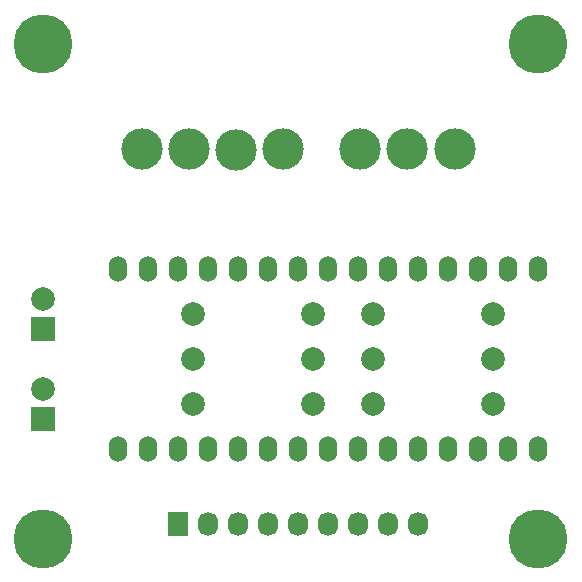
<source format=gts>
G04 #@! TF.FileFunction,Soldermask,Top*
%FSLAX46Y46*%
G04 Gerber Fmt 4.6, Leading zero omitted, Abs format (unit mm)*
G04 Created by KiCad (PCBNEW 4.0.5+dfsg1-4) date Fri Sep 29 16:02:04 2017*
%MOMM*%
%LPD*%
G01*
G04 APERTURE LIST*
%ADD10C,0.100000*%
%ADD11C,5.000000*%
%ADD12O,1.524000X2.199640*%
%ADD13O,1.524000X2.197100*%
%ADD14R,1.727200X2.032000*%
%ADD15O,1.727200X2.032000*%
%ADD16C,3.500000*%
%ADD17C,1.998980*%
%ADD18R,2.000000X2.000000*%
%ADD19C,2.000000*%
G04 APERTURE END LIST*
D10*
D11*
X119380000Y-62230000D03*
X77470000Y-62230000D03*
X77470000Y-104140000D03*
D12*
X83820000Y-96520000D03*
X86360000Y-96520000D03*
X88900000Y-96520000D03*
X91440000Y-96520000D03*
X93980000Y-96520000D03*
X96520000Y-96520000D03*
X99060000Y-96520000D03*
X101600000Y-96520000D03*
X104140000Y-96520000D03*
X106680000Y-96520000D03*
X109220000Y-96520000D03*
X111760000Y-96520000D03*
X114300000Y-96520000D03*
X116840000Y-96520000D03*
X119380000Y-96520000D03*
X119380000Y-81280000D03*
X116840000Y-81280000D03*
X114300000Y-81280000D03*
X111760000Y-81280000D03*
D13*
X109220000Y-81280000D03*
X106680000Y-81280000D03*
X104140000Y-81280000D03*
X101600000Y-81280000D03*
X99060000Y-81280000D03*
X96520000Y-81280000D03*
X93980000Y-81280000D03*
X91440000Y-81280000D03*
X88900000Y-81280000D03*
X86360000Y-81280000D03*
X83820000Y-81280000D03*
D14*
X88900000Y-102870000D03*
D15*
X91440000Y-102870000D03*
X93980000Y-102870000D03*
X96520000Y-102870000D03*
X99060000Y-102870000D03*
X101600000Y-102870000D03*
X104140000Y-102870000D03*
X106680000Y-102870000D03*
X109220000Y-102870000D03*
D16*
X85790000Y-71120000D03*
X89790000Y-71120000D03*
X93790000Y-71220000D03*
X97790000Y-71120000D03*
X104290000Y-71120000D03*
X108290000Y-71120000D03*
X112290000Y-71120000D03*
D17*
X90170000Y-92710000D03*
X100330000Y-92710000D03*
X90170000Y-88900000D03*
X100330000Y-88900000D03*
X105410000Y-92710000D03*
X115570000Y-92710000D03*
X105410000Y-88900000D03*
X115570000Y-88900000D03*
D11*
X119380000Y-104140000D03*
D17*
X100330000Y-85090000D03*
X90170000Y-85090000D03*
X105410000Y-85090000D03*
X115570000Y-85090000D03*
D18*
X77470000Y-86360000D03*
D19*
X77470000Y-83820000D03*
D18*
X77470000Y-93980000D03*
D19*
X77470000Y-91440000D03*
M02*

</source>
